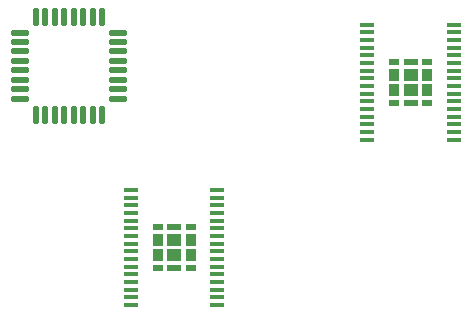
<source format=gtp>
%TF.GenerationSoftware,KiCad,Pcbnew,9.0.7*%
%TF.CreationDate,2026-02-04T14:04:17-06:00*%
%TF.ProjectId,dac_amp,6461635f-616d-4702-9e6b-696361645f70,rev?*%
%TF.SameCoordinates,Original*%
%TF.FileFunction,Paste,Top*%
%TF.FilePolarity,Positive*%
%FSLAX46Y46*%
G04 Gerber Fmt 4.6, Leading zero omitted, Abs format (unit mm)*
G04 Created by KiCad (PCBNEW 9.0.7) date 2026-02-04 14:04:17*
%MOMM*%
%LPD*%
G01*
G04 APERTURE LIST*
G04 Aperture macros list*
%AMRoundRect*
0 Rectangle with rounded corners*
0 $1 Rounding radius*
0 $2 $3 $4 $5 $6 $7 $8 $9 X,Y pos of 4 corners*
0 Add a 4 corners polygon primitive as box body*
4,1,4,$2,$3,$4,$5,$6,$7,$8,$9,$2,$3,0*
0 Add four circle primitives for the rounded corners*
1,1,$1+$1,$2,$3*
1,1,$1+$1,$4,$5*
1,1,$1+$1,$6,$7*
1,1,$1+$1,$8,$9*
0 Add four rect primitives between the rounded corners*
20,1,$1+$1,$2,$3,$4,$5,0*
20,1,$1+$1,$4,$5,$6,$7,0*
20,1,$1+$1,$6,$7,$8,$9,0*
20,1,$1+$1,$8,$9,$2,$3,0*%
G04 Aperture macros list end*
%ADD10R,0.930000X0.550000*%
%ADD11R,0.930000X1.000000*%
%ADD12R,1.200000X0.550000*%
%ADD13R,1.200000X1.000000*%
%ADD14R,1.200000X0.400000*%
%ADD15RoundRect,0.137500X-0.600000X-0.137500X0.600000X-0.137500X0.600000X0.137500X-0.600000X0.137500X0*%
%ADD16RoundRect,0.137500X-0.137500X-0.600000X0.137500X-0.600000X0.137500X0.600000X-0.137500X0.600000X0*%
G04 APERTURE END LIST*
D10*
%TO.C,U4*%
X127115000Y-70125000D03*
D11*
X127115000Y-69050000D03*
X127115000Y-67750000D03*
D10*
X127115000Y-66675000D03*
D12*
X125750000Y-70125000D03*
D13*
X125750000Y-69050000D03*
X125750000Y-67750000D03*
D12*
X125750000Y-66675000D03*
D10*
X124385000Y-70125000D03*
D11*
X124385000Y-69050000D03*
X124385000Y-67750000D03*
D10*
X124385000Y-66675000D03*
D14*
X129400000Y-73275000D03*
X129400000Y-72625000D03*
X129400000Y-71975000D03*
X129400000Y-71325000D03*
X129400000Y-70675000D03*
X129400000Y-70025000D03*
X129400000Y-69375000D03*
X129400000Y-68725000D03*
X129400000Y-68075000D03*
X129400000Y-67425000D03*
X129400000Y-66775000D03*
X129400000Y-66125000D03*
X129400000Y-65475000D03*
X129400000Y-64825000D03*
X129400000Y-64175000D03*
X129400000Y-63525000D03*
X122100000Y-63525000D03*
X122100000Y-64175000D03*
X122100000Y-64825000D03*
X122100000Y-65475000D03*
X122100000Y-66125000D03*
X122100000Y-66775000D03*
X122100000Y-67425000D03*
X122100000Y-68075000D03*
X122100000Y-68725000D03*
X122100000Y-69375000D03*
X122100000Y-70025000D03*
X122100000Y-70675000D03*
X122100000Y-71325000D03*
X122100000Y-71975000D03*
X122100000Y-72625000D03*
X122100000Y-73275000D03*
%TD*%
D15*
%TO.C,U1*%
X112675000Y-50200000D03*
X112675000Y-51000000D03*
X112675000Y-51800000D03*
X112675000Y-52600000D03*
X112675000Y-53400000D03*
X112675000Y-54200000D03*
X112675000Y-55000000D03*
X112675000Y-55800000D03*
D16*
X114037500Y-57162500D03*
X114837500Y-57162500D03*
X115637500Y-57162500D03*
X116437500Y-57162500D03*
X117237500Y-57162500D03*
X118037500Y-57162500D03*
X118837500Y-57162500D03*
X119637500Y-57162500D03*
D15*
X121000000Y-55800000D03*
X121000000Y-55000000D03*
X121000000Y-54200000D03*
X121000000Y-53400000D03*
X121000000Y-52600000D03*
X121000000Y-51800000D03*
X121000000Y-51000000D03*
X121000000Y-50200000D03*
D16*
X119637500Y-48837500D03*
X118837500Y-48837500D03*
X118037500Y-48837500D03*
X117237500Y-48837500D03*
X116437500Y-48837500D03*
X115637500Y-48837500D03*
X114837500Y-48837500D03*
X114037500Y-48837500D03*
%TD*%
D10*
%TO.C,U3*%
X144385000Y-52675000D03*
D11*
X144385000Y-53750000D03*
X144385000Y-55050000D03*
D10*
X144385000Y-56125000D03*
D12*
X145750000Y-52675000D03*
D13*
X145750000Y-53750000D03*
X145750000Y-55050000D03*
D12*
X145750000Y-56125000D03*
D10*
X147115000Y-52675000D03*
D11*
X147115000Y-53750000D03*
X147115000Y-55050000D03*
D10*
X147115000Y-56125000D03*
D14*
X142100000Y-49525000D03*
X142100000Y-50175000D03*
X142100000Y-50825000D03*
X142100000Y-51475000D03*
X142100000Y-52125000D03*
X142100000Y-52775000D03*
X142100000Y-53425000D03*
X142100000Y-54075000D03*
X142100000Y-54725000D03*
X142100000Y-55375000D03*
X142100000Y-56025000D03*
X142100000Y-56675000D03*
X142100000Y-57325000D03*
X142100000Y-57975000D03*
X142100000Y-58625000D03*
X142100000Y-59275000D03*
X149400000Y-59275000D03*
X149400000Y-58625000D03*
X149400000Y-57975000D03*
X149400000Y-57325000D03*
X149400000Y-56675000D03*
X149400000Y-56025000D03*
X149400000Y-55375000D03*
X149400000Y-54725000D03*
X149400000Y-54075000D03*
X149400000Y-53425000D03*
X149400000Y-52775000D03*
X149400000Y-52125000D03*
X149400000Y-51475000D03*
X149400000Y-50825000D03*
X149400000Y-50175000D03*
X149400000Y-49525000D03*
%TD*%
M02*

</source>
